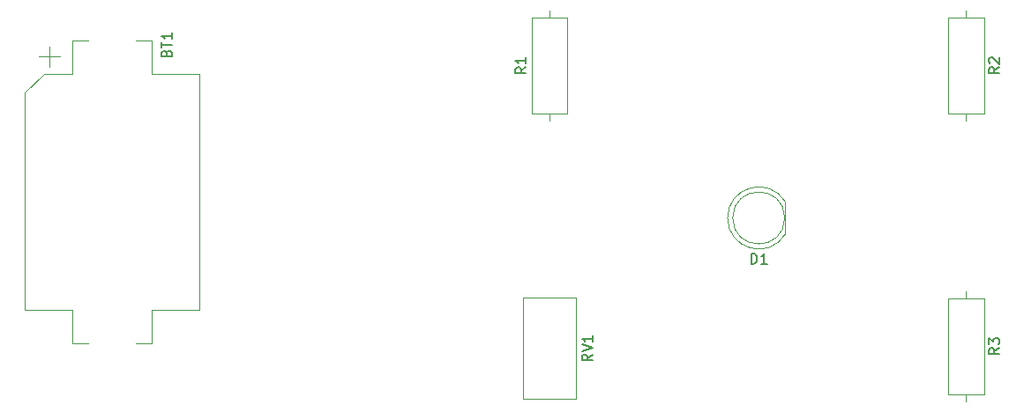
<source format=gbr>
%TF.GenerationSoftware,KiCad,Pcbnew,8.0.7*%
%TF.CreationDate,2025-01-07T01:48:30+09:00*%
%TF.ProjectId,WheatstonBridge,57686561-7473-4746-9f6e-427269646765,rev?*%
%TF.SameCoordinates,Original*%
%TF.FileFunction,Legend,Top*%
%TF.FilePolarity,Positive*%
%FSLAX46Y46*%
G04 Gerber Fmt 4.6, Leading zero omitted, Abs format (unit mm)*
G04 Created by KiCad (PCBNEW 8.0.7) date 2025-01-07 01:48:30*
%MOMM*%
%LPD*%
G01*
G04 APERTURE LIST*
%ADD10C,0.150000*%
%ADD11C,0.120000*%
G04 APERTURE END LIST*
D10*
X159114819Y-90635238D02*
X158638628Y-90968571D01*
X159114819Y-91206666D02*
X158114819Y-91206666D01*
X158114819Y-91206666D02*
X158114819Y-90825714D01*
X158114819Y-90825714D02*
X158162438Y-90730476D01*
X158162438Y-90730476D02*
X158210057Y-90682857D01*
X158210057Y-90682857D02*
X158305295Y-90635238D01*
X158305295Y-90635238D02*
X158448152Y-90635238D01*
X158448152Y-90635238D02*
X158543390Y-90682857D01*
X158543390Y-90682857D02*
X158591009Y-90730476D01*
X158591009Y-90730476D02*
X158638628Y-90825714D01*
X158638628Y-90825714D02*
X158638628Y-91206666D01*
X158114819Y-90349523D02*
X159114819Y-90016190D01*
X159114819Y-90016190D02*
X158114819Y-89682857D01*
X159114819Y-88825714D02*
X159114819Y-89397142D01*
X159114819Y-89111428D02*
X158114819Y-89111428D01*
X158114819Y-89111428D02*
X158257676Y-89206666D01*
X158257676Y-89206666D02*
X158352914Y-89301904D01*
X158352914Y-89301904D02*
X158400533Y-89397142D01*
X198174819Y-90016666D02*
X197698628Y-90349999D01*
X198174819Y-90588094D02*
X197174819Y-90588094D01*
X197174819Y-90588094D02*
X197174819Y-90207142D01*
X197174819Y-90207142D02*
X197222438Y-90111904D01*
X197222438Y-90111904D02*
X197270057Y-90064285D01*
X197270057Y-90064285D02*
X197365295Y-90016666D01*
X197365295Y-90016666D02*
X197508152Y-90016666D01*
X197508152Y-90016666D02*
X197603390Y-90064285D01*
X197603390Y-90064285D02*
X197651009Y-90111904D01*
X197651009Y-90111904D02*
X197698628Y-90207142D01*
X197698628Y-90207142D02*
X197698628Y-90588094D01*
X197174819Y-89683332D02*
X197174819Y-89064285D01*
X197174819Y-89064285D02*
X197555771Y-89397618D01*
X197555771Y-89397618D02*
X197555771Y-89254761D01*
X197555771Y-89254761D02*
X197603390Y-89159523D01*
X197603390Y-89159523D02*
X197651009Y-89111904D01*
X197651009Y-89111904D02*
X197746247Y-89064285D01*
X197746247Y-89064285D02*
X197984342Y-89064285D01*
X197984342Y-89064285D02*
X198079580Y-89111904D01*
X198079580Y-89111904D02*
X198127200Y-89159523D01*
X198127200Y-89159523D02*
X198174819Y-89254761D01*
X198174819Y-89254761D02*
X198174819Y-89540475D01*
X198174819Y-89540475D02*
X198127200Y-89635713D01*
X198127200Y-89635713D02*
X198079580Y-89683332D01*
X198174819Y-63016666D02*
X197698628Y-63349999D01*
X198174819Y-63588094D02*
X197174819Y-63588094D01*
X197174819Y-63588094D02*
X197174819Y-63207142D01*
X197174819Y-63207142D02*
X197222438Y-63111904D01*
X197222438Y-63111904D02*
X197270057Y-63064285D01*
X197270057Y-63064285D02*
X197365295Y-63016666D01*
X197365295Y-63016666D02*
X197508152Y-63016666D01*
X197508152Y-63016666D02*
X197603390Y-63064285D01*
X197603390Y-63064285D02*
X197651009Y-63111904D01*
X197651009Y-63111904D02*
X197698628Y-63207142D01*
X197698628Y-63207142D02*
X197698628Y-63588094D01*
X197270057Y-62635713D02*
X197222438Y-62588094D01*
X197222438Y-62588094D02*
X197174819Y-62492856D01*
X197174819Y-62492856D02*
X197174819Y-62254761D01*
X197174819Y-62254761D02*
X197222438Y-62159523D01*
X197222438Y-62159523D02*
X197270057Y-62111904D01*
X197270057Y-62111904D02*
X197365295Y-62064285D01*
X197365295Y-62064285D02*
X197460533Y-62064285D01*
X197460533Y-62064285D02*
X197603390Y-62111904D01*
X197603390Y-62111904D02*
X198174819Y-62683332D01*
X198174819Y-62683332D02*
X198174819Y-62064285D01*
X152734819Y-63016666D02*
X152258628Y-63349999D01*
X152734819Y-63588094D02*
X151734819Y-63588094D01*
X151734819Y-63588094D02*
X151734819Y-63207142D01*
X151734819Y-63207142D02*
X151782438Y-63111904D01*
X151782438Y-63111904D02*
X151830057Y-63064285D01*
X151830057Y-63064285D02*
X151925295Y-63016666D01*
X151925295Y-63016666D02*
X152068152Y-63016666D01*
X152068152Y-63016666D02*
X152163390Y-63064285D01*
X152163390Y-63064285D02*
X152211009Y-63111904D01*
X152211009Y-63111904D02*
X152258628Y-63207142D01*
X152258628Y-63207142D02*
X152258628Y-63588094D01*
X152734819Y-62064285D02*
X152734819Y-62635713D01*
X152734819Y-62349999D02*
X151734819Y-62349999D01*
X151734819Y-62349999D02*
X151877676Y-62445237D01*
X151877676Y-62445237D02*
X151972914Y-62540475D01*
X151972914Y-62540475D02*
X152020533Y-62635713D01*
X174341905Y-81914819D02*
X174341905Y-80914819D01*
X174341905Y-80914819D02*
X174580000Y-80914819D01*
X174580000Y-80914819D02*
X174722857Y-80962438D01*
X174722857Y-80962438D02*
X174818095Y-81057676D01*
X174818095Y-81057676D02*
X174865714Y-81152914D01*
X174865714Y-81152914D02*
X174913333Y-81343390D01*
X174913333Y-81343390D02*
X174913333Y-81486247D01*
X174913333Y-81486247D02*
X174865714Y-81676723D01*
X174865714Y-81676723D02*
X174818095Y-81771961D01*
X174818095Y-81771961D02*
X174722857Y-81867200D01*
X174722857Y-81867200D02*
X174580000Y-81914819D01*
X174580000Y-81914819D02*
X174341905Y-81914819D01*
X175865714Y-81914819D02*
X175294286Y-81914819D01*
X175580000Y-81914819D02*
X175580000Y-80914819D01*
X175580000Y-80914819D02*
X175484762Y-81057676D01*
X175484762Y-81057676D02*
X175389524Y-81152914D01*
X175389524Y-81152914D02*
X175294286Y-81200533D01*
X118231009Y-61660714D02*
X118278628Y-61517857D01*
X118278628Y-61517857D02*
X118326247Y-61470238D01*
X118326247Y-61470238D02*
X118421485Y-61422619D01*
X118421485Y-61422619D02*
X118564342Y-61422619D01*
X118564342Y-61422619D02*
X118659580Y-61470238D01*
X118659580Y-61470238D02*
X118707200Y-61517857D01*
X118707200Y-61517857D02*
X118754819Y-61613095D01*
X118754819Y-61613095D02*
X118754819Y-61994047D01*
X118754819Y-61994047D02*
X117754819Y-61994047D01*
X117754819Y-61994047D02*
X117754819Y-61660714D01*
X117754819Y-61660714D02*
X117802438Y-61565476D01*
X117802438Y-61565476D02*
X117850057Y-61517857D01*
X117850057Y-61517857D02*
X117945295Y-61470238D01*
X117945295Y-61470238D02*
X118040533Y-61470238D01*
X118040533Y-61470238D02*
X118135771Y-61517857D01*
X118135771Y-61517857D02*
X118183390Y-61565476D01*
X118183390Y-61565476D02*
X118231009Y-61660714D01*
X118231009Y-61660714D02*
X118231009Y-61994047D01*
X117754819Y-61136904D02*
X117754819Y-60565476D01*
X118754819Y-60851190D02*
X117754819Y-60851190D01*
X118754819Y-59708333D02*
X118754819Y-60279761D01*
X118754819Y-59994047D02*
X117754819Y-59994047D01*
X117754819Y-59994047D02*
X117897676Y-60089285D01*
X117897676Y-60089285D02*
X117992914Y-60184523D01*
X117992914Y-60184523D02*
X118040533Y-60279761D01*
D11*
%TO.C,RV1*%
X157530000Y-85155000D02*
X152460000Y-85155000D01*
X157530000Y-85155000D02*
X157530000Y-94925000D01*
X152460000Y-85155000D02*
X152460000Y-94925000D01*
X157530000Y-94925000D02*
X152460000Y-94925000D01*
%TO.C,R3*%
X195000000Y-84540000D02*
X195000000Y-85230000D01*
X196720000Y-85230000D02*
X193280000Y-85230000D01*
X193280000Y-85230000D02*
X193280000Y-94470000D01*
X196720000Y-94470000D02*
X196720000Y-85230000D01*
X193280000Y-94470000D02*
X196720000Y-94470000D01*
X195000000Y-95160000D02*
X195000000Y-94470000D01*
%TO.C,R2*%
X195000000Y-57540000D02*
X195000000Y-58230000D01*
X196720000Y-58230000D02*
X193280000Y-58230000D01*
X193280000Y-58230000D02*
X193280000Y-67470000D01*
X196720000Y-67470000D02*
X196720000Y-58230000D01*
X193280000Y-67470000D02*
X196720000Y-67470000D01*
X195000000Y-68160000D02*
X195000000Y-67470000D01*
%TO.C,R1*%
X155000000Y-68160000D02*
X155000000Y-67470000D01*
X153280000Y-67470000D02*
X156720000Y-67470000D01*
X156720000Y-67470000D02*
X156720000Y-58230000D01*
X153280000Y-58230000D02*
X153280000Y-67470000D01*
X156720000Y-58230000D02*
X153280000Y-58230000D01*
X155000000Y-57540000D02*
X155000000Y-58230000D01*
%TO.C,D1*%
X177640000Y-79045000D02*
X177640000Y-75955000D01*
X177640000Y-79044830D02*
G75*
G02*
X172090000Y-77500048I-2560000J1544830D01*
G01*
X172090000Y-77499952D02*
G75*
G02*
X177640000Y-75955170I2990000J-48D01*
G01*
X177580000Y-77500000D02*
G75*
G02*
X172580000Y-77500000I-2500000J0D01*
G01*
X172580000Y-77500000D02*
G75*
G02*
X177580000Y-77500000I2500000J0D01*
G01*
%TO.C,BT1*%
X116850000Y-60450000D02*
X115300000Y-60450000D01*
X109150000Y-60450000D02*
X110700000Y-60450000D01*
X108000000Y-62000000D02*
X106000000Y-62000000D01*
X107000000Y-63000000D02*
X107000000Y-61000000D01*
X121350000Y-63650000D02*
X116850000Y-63650000D01*
X121350000Y-63650000D02*
X121350000Y-86350000D01*
X116850000Y-63650000D02*
X116850000Y-60450000D01*
X109150000Y-63650000D02*
X109150000Y-60450000D01*
X106450000Y-63650000D02*
X109150000Y-63650000D01*
X104650000Y-65450000D02*
X106450000Y-63650000D01*
X121350000Y-86350000D02*
X116850000Y-86350000D01*
X116850000Y-86350000D02*
X116850000Y-89550000D01*
X109150000Y-86350000D02*
X109150000Y-89550000D01*
X104650000Y-86350000D02*
X104650000Y-65450000D01*
X104650000Y-86350000D02*
X109150000Y-86350000D01*
X116850000Y-89550000D02*
X115300000Y-89550000D01*
X109150000Y-89550000D02*
X110700000Y-89550000D01*
%TD*%
M02*

</source>
